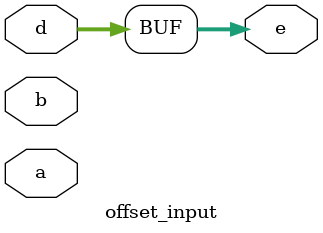
<source format=v>

module offset_input(a, b, d, e);

  input [31:0] a;
  input [15:0] b;
  input [32:1] d;
  output [31:0] e;

  assign e = d;

endmodule


</source>
